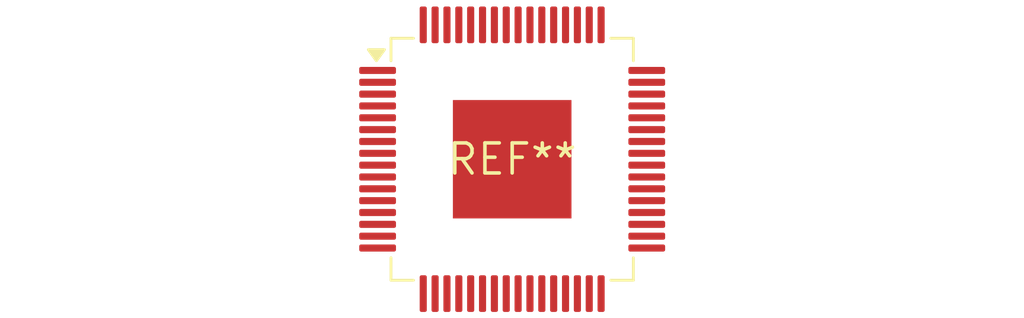
<source format=kicad_pcb>
(kicad_pcb (version 20240108) (generator pcbnew)
  (layers (0 "F.Cu" signal) (31 "B.Cu" signal) (34 "B.Paste" user) (35 "F.Paste" user) (36 "B.SilkS" user "B.Silkscreen") (37 "F.SilkS" user "F.Silkscreen") (38 "B.Mask" user) (39 "F.Mask" user) (44 "Edge.Cuts" user))
  (net 0 "")
  (footprint "LQFP-64-1EP_10x10mm_P0.5mm_EP5x5mm" (layer "F.Cu") (at 0 0)
    (property "Reference" "REF**")
    (property "Value" "LQFP-64-1EP_10x10mm_P0.5mm_EP5x5mm")
    (fp_line (start -5.11 -5.11) (end -5.11 -4.16) (layer "F.SilkS") (stroke (width 0.12)))
    (fp_line (start -5.11 5.11) (end -5.11 4.16) (layer "F.SilkS") (stroke (width 0.12)))
    (fp_line (start -4.16 -5.11) (end -5.11 -5.11) (layer "F.SilkS") (stroke (width 0.12)))
    (fp_line (start -4.16 5.11) (end -5.11 5.11) (layer "F.SilkS") (stroke (width 0.12)))
    (fp_line (start 4.16 -5.11) (end 5.11 -5.11) (layer "F.SilkS") (stroke (width 0.12)))
    (fp_line (start 4.16 5.11) (end 5.11 5.11) (layer "F.SilkS") (stroke (width 0.12)))
    (fp_line (start 5.11 -5.11) (end 5.11 -4.16) (layer "F.SilkS") (stroke (width 0.12)))
    (fp_line (start 5.11 5.11) (end 5.11 4.16) (layer "F.SilkS") (stroke (width 0.12)))
    (fp_poly (pts (xy -5.725 -4.16) (xy -6.065 -4.63) (xy -5.385 -4.63) (xy -5.725 -4.16)) (layer "F.SilkS") (stroke (width 0.12)) (fill solid))
    (pad "1" smd roundrect (at -5.675 -3.75) (size 1.55 0.3) (layers "F.Cu" "F.Paste" "F.Mask"))
    (pad "2" smd roundrect (at -5.675 -3.25) (size 1.55 0.3) (layers "F.Cu" "F.Paste" "F.Mask"))
    (pad "3" smd roundrect (at -5.675 -2.75) (size 1.55 0.3) (layers "F.Cu" "F.Paste" "F.Mask"))
    (pad "4" smd roundrect (at -5.675 -2.25) (size 1.55 0.3) (layers "F.Cu" "F.Paste" "F.Mask"))
    (pad "5" smd roundrect (at -5.675 -1.75) (size 1.55 0.3) (layers "F.Cu" "F.Paste" "F.Mask"))
    (pad "6" smd roundrect (at -5.675 -1.25) (size 1.55 0.3) (layers "F.Cu" "F.Paste" "F.Mask"))
    (pad "7" smd roundrect (at -5.675 -0.75) (size 1.55 0.3) (layers "F.Cu" "F.Paste" "F.Mask"))
    (pad "8" smd roundrect (at -5.675 -0.25) (size 1.55 0.3) (layers "F.Cu" "F.Paste" "F.Mask"))
    (pad "9" smd roundrect (at -5.675 0.25) (size 1.55 0.3) (layers "F.Cu" "F.Paste" "F.Mask"))
    (pad "10" smd roundrect (at -5.675 0.75) (size 1.55 0.3) (layers "F.Cu" "F.Paste" "F.Mask"))
    (pad "11" smd roundrect (at -5.675 1.25) (size 1.55 0.3) (layers "F.Cu" "F.Paste" "F.Mask"))
    (pad "12" smd roundrect (at -5.675 1.75) (size 1.55 0.3) (layers "F.Cu" "F.Paste" "F.Mask"))
    (pad "13" smd roundrect (at -5.675 2.25) (size 1.55 0.3) (layers "F.Cu" "F.Paste" "F.Mask"))
    (pad "14" smd roundrect (at -5.675 2.75) (size 1.55 0.3) (layers "F.Cu" "F.Paste" "F.Mask"))
    (pad "15" smd roundrect (at -5.675 3.25) (size 1.55 0.3) (layers "F.Cu" "F.Paste" "F.Mask"))
    (pad "16" smd roundrect (at -5.675 3.75) (size 1.55 0.3) (layers "F.Cu" "F.Paste" "F.Mask"))
    (pad "17" smd roundrect (at -3.75 5.675) (size 0.3 1.55) (layers "F.Cu" "F.Paste" "F.Mask"))
    (pad "18" smd roundrect (at -3.25 5.675) (size 0.3 1.55) (layers "F.Cu" "F.Paste" "F.Mask"))
    (pad "19" smd roundrect (at -2.75 5.675) (size 0.3 1.55) (layers "F.Cu" "F.Paste" "F.Mask"))
    (pad "20" smd roundrect (at -2.25 5.675) (size 0.3 1.55) (layers "F.Cu" "F.Paste" "F.Mask"))
    (pad "21" smd roundrect (at -1.75 5.675) (size 0.3 1.55) (layers "F.Cu" "F.Paste" "F.Mask"))
    (pad "22" smd roundrect (at -1.25 5.675) (size 0.3 1.55) (layers "F.Cu" "F.Paste" "F.Mask"))
    (pad "23" smd roundrect (at -0.75 5.675) (size 0.3 1.55) (layers "F.Cu" "F.Paste" "F.Mask"))
    (pad "24" smd roundrect (at -0.25 5.675) (size 0.3 1.55) (layers "F.Cu" "F.Paste" "F.Mask"))
    (pad "25" smd roundrect (at 0.25 5.675) (size 0.3 1.55) (layers "F.Cu" "F.Paste" "F.Mask"))
    (pad "26" smd roundrect (at 0.75 5.675) (size 0.3 1.55) (layers "F.Cu" "F.Paste" "F.Mask"))
    (pad "27" smd roundrect (at 1.25 5.675) (size 0.3 1.55) (layers "F.Cu" "F.Paste" "F.Mask"))
    (pad "28" smd roundrect (at 1.75 5.675) (size 0.3 1.55) (layers "F.Cu" "F.Paste" "F.Mask"))
    (pad "29" smd roundrect (at 2.25 5.675) (size 0.3 1.55) (layers "F.Cu" "F.Paste" "F.Mask"))
    (pad "30" smd roundrect (at 2.75 5.675) (size 0.3 1.55) (layers "F.Cu" "F.Paste" "F.Mask"))
    (pad "31" smd roundrect (at 3.25 5.675) (size 0.3 1.55) (layers "F.Cu" "F.Paste" "F.Mask"))
    (pad "32" smd roundrect (at 3.75 5.675) (size 0.3 1.55) (layers "F.Cu" "F.Paste" "F.Mask"))
    (pad "33" smd roundrect (at 5.675 3.75) (size 1.55 0.3) (layers "F.Cu" "F.Paste" "F.Mask"))
    (pad "34" smd roundrect (at 5.675 3.25) (size 1.55 0.3) (layers "F.Cu" "F.Paste" "F.Mask"))
    (pad "35" smd roundrect (at 5.675 2.75) (size 1.55 0.3) (layers "F.Cu" "F.Paste" "F.Mask"))
    (pad "36" smd roundrect (at 5.675 2.25) (size 1.55 0.3) (layers "F.Cu" "F.Paste" "F.Mask"))
    (pad "37" smd roundrect (at 5.675 1.75) (size 1.55 0.3) (layers "F.Cu" "F.Paste" "F.Mask"))
    (pad "38" smd roundrect (at 5.675 1.25) (size 1.55 0.3) (layers "F.Cu" "F.Paste" "F.Mask"))
    (pad "39" smd roundrect (at 5.675 0.75) (size 1.55 0.3) (layers "F.Cu" "F.Paste" "F.Mask"))
    (pad "40" smd roundrect (at 5.675 0.25) (size 1.55 0.3) (layers "F.Cu" "F.Paste" "F.Mask"))
    (pad "41" smd roundrect (at 5.675 -0.25) (size 1.55 0.3) (layers "F.Cu" "F.Paste" "F.Mask"))
    (pad "42" smd roundrect (at 5.675 -0.75) (size 1.55 0.3) (layers "F.Cu" "F.Paste" "F.Mask"))
    (pad "43" smd roundrect (at 5.675 -1.25) (size 1.55 0.3) (layers "F.Cu" "F.Paste" "F.Mask"))
    (pad "44" smd roundrect (at 5.675 -1.75) (size 1.55 0.3) (layers "F.Cu" "F.Paste" "F.Mask"))
    (pad "45" smd roundrect (at 5.675 -2.25) (size 1.55 0.3) (layers "F.Cu" "F.Paste" "F.Mask"))
    (pad "46" smd roundrect (at 5.675 -2.75) (size 1.55 0.3) (layers "F.Cu" "F.Paste" "F.Mask"))
    (pad "47" smd roundrect (at 5.675 -3.25) (size 1.55 0.3) (layers "F.Cu" "F.Paste" "F.Mask"))
    (pad "48" smd roundrect (at 5.675 -3.75) (size 1.55 0.3) (layers "F.Cu" "F.Paste" "F.Mask"))
    (pad "49" smd roundrect (at 3.75 -5.675) (size 0.3 1.55) (layers "F.Cu" "F.Paste" "F.Mask"))
    (pad "50" smd roundrect (at 3.25 -5.675) (size 0.3 1.55) (layers "F.Cu" "F.Paste" "F.Mask"))
    (pad "51" smd roundrect (at 2.75 -5.675) (size 0.3 1.55) (layers "F.Cu" "F.Paste" "F.Mask"))
    (pad "52" smd roundrect (at 2.25 -5.675) (size 0.3 1.55) (layers "F.Cu" "F.Paste" "F.Mask"))
    (pad "53" smd roundrect (at 1.75 -5.675) (size 0.3 1.55) (layers "F.Cu" "F.Paste" "F.Mask"))
    (pad "54" smd roundrect (at 1.25 -5.675) (size 0.3 1.55) (layers "F.Cu" "F.Paste" "F.Mask"))
    (pad "55" smd roundrect (at 0.75 -5.675) (size 0.3 1.55) (layers "F.Cu" "F.Paste" "F.Mask"))
    (pad "56" smd roundrect (at 0.25 -5.675) (size 0.3 1.55) (layers "F.Cu" "F.Paste" "F.Mask"))
    (pad "57" smd roundrect (at -0.25 -5.675) (size 0.3 1.55) (layers "F.Cu" "F.Paste" "F.Mask"))
    (pad "58" smd roundrect (at -0.75 -5.675) (size 0.3 1.55) (layers "F.Cu" "F.Paste" "F.Mask"))
    (pad "59" smd roundrect (at -1.25 -5.675) (size 0.3 1.55) (layers "F.Cu" "F.Paste" "F.Mask"))
    (pad "60" smd roundrect (at -1.75 -5.675) (size 0.3 1.55) (layers "F.Cu" "F.Paste" "F.Mask"))
    (pad "61" smd roundrect (at -2.25 -5.675) (size 0.3 1.55) (layers "F.Cu" "F.Paste" "F.Mask"))
    (pad "62" smd roundrect (at -2.75 -5.675) (size 0.3 1.55) (layers "F.Cu" "F.Paste" "F.Mask"))
    (pad "63" smd roundrect (at -3.25 -5.675) (size 0.3 1.55) (layers "F.Cu" "F.Paste" "F.Mask"))
    (pad "64" smd roundrect (at -3.75 -5.675) (size 0.3 1.55) (layers "F.Cu" "F.Paste" "F.Mask"))
    (pad "65" smd rect (at 0 0) (size 5 5) (property pad_prop_heatsink) (layers "F.Cu" "F.Mask"))
  )
)
</source>
